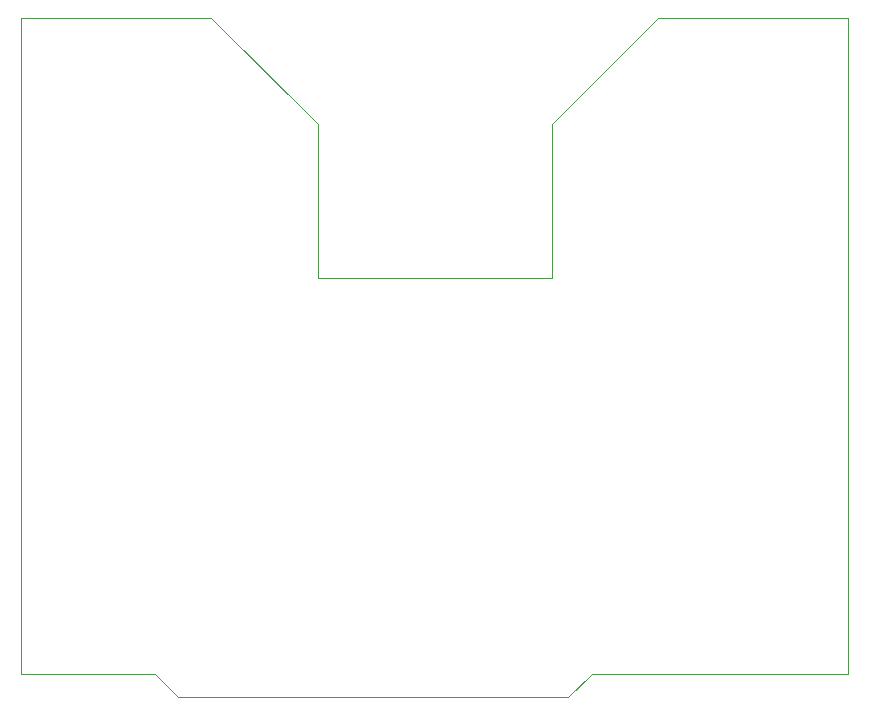
<source format=gbr>
%TF.GenerationSoftware,KiCad,Pcbnew,7.0.9*%
%TF.CreationDate,2024-03-22T11:46:37+01:00*%
%TF.ProjectId,Nucleo_USB_shield,4e75636c-656f-45f5-9553-425f73686965,rev?*%
%TF.SameCoordinates,Original*%
%TF.FileFunction,Profile,NP*%
%FSLAX46Y46*%
G04 Gerber Fmt 4.6, Leading zero omitted, Abs format (unit mm)*
G04 Created by KiCad (PCBNEW 7.0.9) date 2024-03-22 11:46:37*
%MOMM*%
%LPD*%
G01*
G04 APERTURE LIST*
%TA.AperFunction,Profile*%
%ADD10C,0.100000*%
%TD*%
G04 APERTURE END LIST*
D10*
X125100000Y-59000000D02*
X125100000Y-72020000D01*
X144900000Y-59000000D02*
X144900000Y-72020000D01*
X144900000Y-59000000D02*
X153900000Y-50000000D01*
X153900000Y-50000000D02*
X170000000Y-50000000D01*
X116100000Y-50000000D02*
X100000000Y-50000000D01*
X125100000Y-59000000D02*
X116100000Y-50000000D01*
X125100000Y-72020000D02*
X144900000Y-72020000D01*
X148300000Y-105540000D02*
X170000000Y-105540000D01*
X146300000Y-107540000D02*
X148300000Y-105540000D01*
X100000000Y-105540000D02*
X111300000Y-105540000D01*
X113300000Y-107540000D02*
X146300000Y-107540000D01*
X100000000Y-105540000D02*
X100000000Y-50000000D01*
X170000000Y-50000000D02*
X170000000Y-105540000D01*
X113300000Y-107540000D02*
X111300000Y-105540000D01*
M02*

</source>
